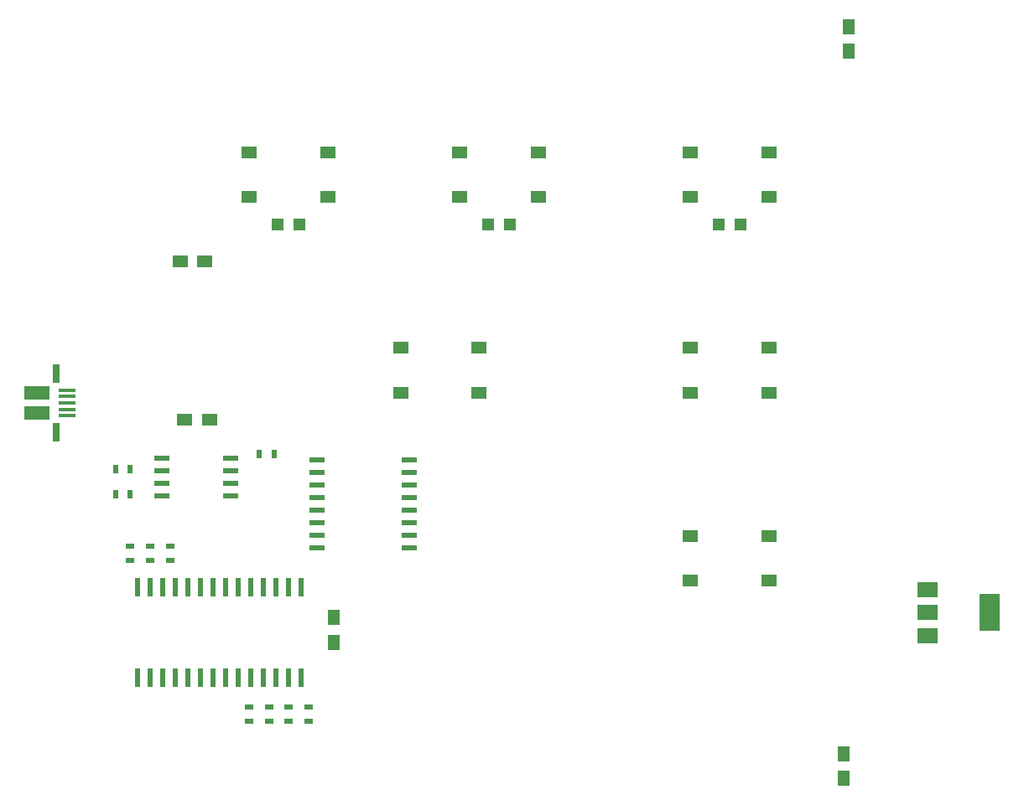
<source format=gbr>
G04 #@! TF.GenerationSoftware,KiCad,Pcbnew,(5.0.0)*
G04 #@! TF.CreationDate,2020-11-20T22:11:44-05:00*
G04 #@! TF.ProjectId,WS2812B Mini Clock,57533238313242204D696E6920436C6F,rev?*
G04 #@! TF.SameCoordinates,Original*
G04 #@! TF.FileFunction,Paste,Bot*
G04 #@! TF.FilePolarity,Positive*
%FSLAX46Y46*%
G04 Gerber Fmt 4.6, Leading zero omitted, Abs format (unit mm)*
G04 Created by KiCad (PCBNEW (5.0.0)) date 11/20/20 22:11:44*
%MOMM*%
%LPD*%
G01*
G04 APERTURE LIST*
%ADD10R,2.500000X1.425000*%
%ADD11R,0.700000X1.825000*%
%ADD12R,1.750000X0.400000*%
%ADD13R,1.550000X0.600000*%
%ADD14R,1.250000X1.500000*%
%ADD15R,1.500000X1.250000*%
%ADD16R,0.500000X0.900000*%
%ADD17R,1.500000X0.600000*%
%ADD18R,1.200000X1.200000*%
%ADD19R,0.900000X0.500000*%
%ADD20R,1.550000X1.300000*%
%ADD21R,0.600000X1.910000*%
%ADD22R,2.000000X3.800000*%
%ADD23R,2.000000X1.500000*%
G04 APERTURE END LIST*
D10*
G04 #@! TO.C,USB1*
X46550000Y-104800000D03*
D11*
X48510000Y-100810000D03*
D12*
X49625000Y-102500000D03*
X49625000Y-103150000D03*
X49625000Y-103800000D03*
X49625000Y-104450000D03*
X49625000Y-105100000D03*
D11*
X48510000Y-106790000D03*
D10*
X46550000Y-102800000D03*
G04 #@! TD*
D13*
G04 #@! TO.C,MCU1*
X59150000Y-109350000D03*
X59150000Y-110615000D03*
X59150000Y-111885000D03*
X59150000Y-113155000D03*
X66150000Y-113155000D03*
X66150000Y-111885000D03*
X66150000Y-110615000D03*
X66150000Y-109345000D03*
G04 #@! TD*
D14*
G04 #@! TO.C,C3*
X128000000Y-139250000D03*
X128000000Y-141750000D03*
G04 #@! TD*
G04 #@! TO.C,C4*
X76500000Y-128000000D03*
X76500000Y-125500000D03*
G04 #@! TD*
D15*
G04 #@! TO.C,C5*
X63500000Y-89500000D03*
X61000000Y-89500000D03*
G04 #@! TD*
D14*
G04 #@! TO.C,C6*
X128500000Y-68250000D03*
X128500000Y-65750000D03*
G04 #@! TD*
D15*
G04 #@! TO.C,C7*
X61500000Y-105500000D03*
X64000000Y-105500000D03*
G04 #@! TD*
D16*
G04 #@! TO.C,R1*
X70500000Y-109000000D03*
X69000000Y-109000000D03*
G04 #@! TD*
G04 #@! TO.C,R2*
X54500000Y-113000000D03*
X56000000Y-113000000D03*
G04 #@! TD*
D17*
G04 #@! TO.C,U25*
X84150000Y-109555000D03*
X84150000Y-110825000D03*
X84150000Y-112095000D03*
X84150000Y-113365000D03*
X84150000Y-114635000D03*
X84150000Y-115905000D03*
X84150000Y-117175000D03*
X84150000Y-118445000D03*
X74850000Y-118445000D03*
X74850000Y-117175000D03*
X74850000Y-115905000D03*
X74850000Y-114635000D03*
X74850000Y-113365000D03*
X74850000Y-112095000D03*
X74850000Y-110825000D03*
X74850000Y-109555000D03*
G04 #@! TD*
D16*
G04 #@! TO.C,R3*
X54500000Y-110500000D03*
X56000000Y-110500000D03*
G04 #@! TD*
D18*
G04 #@! TO.C,D1*
X73100000Y-85750000D03*
X70900000Y-85750000D03*
G04 #@! TD*
G04 #@! TO.C,D2*
X117600000Y-85750000D03*
X115400000Y-85750000D03*
G04 #@! TD*
G04 #@! TO.C,D3*
X94350000Y-85750000D03*
X92150000Y-85750000D03*
G04 #@! TD*
D19*
G04 #@! TO.C,R4*
X74000000Y-134500000D03*
X74000000Y-136000000D03*
G04 #@! TD*
G04 #@! TO.C,R5*
X72000000Y-134500000D03*
X72000000Y-136000000D03*
G04 #@! TD*
G04 #@! TO.C,R6*
X70000000Y-134500000D03*
X70000000Y-136000000D03*
G04 #@! TD*
G04 #@! TO.C,R7*
X68000000Y-134500000D03*
X68000000Y-136000000D03*
G04 #@! TD*
G04 #@! TO.C,R8*
X56000000Y-118250000D03*
X56000000Y-119750000D03*
G04 #@! TD*
G04 #@! TO.C,R9*
X58000000Y-118250000D03*
X58000000Y-119750000D03*
G04 #@! TD*
G04 #@! TO.C,R10*
X60000000Y-118250000D03*
X60000000Y-119750000D03*
G04 #@! TD*
D20*
G04 #@! TO.C,SW0*
X68025000Y-83000000D03*
X75975000Y-83000000D03*
X68025000Y-78500000D03*
X75975000Y-78500000D03*
G04 #@! TD*
G04 #@! TO.C,SW1*
X112525000Y-83000000D03*
X120475000Y-83000000D03*
X112525000Y-78500000D03*
X120475000Y-78500000D03*
G04 #@! TD*
G04 #@! TO.C,SW2*
X89275000Y-83000000D03*
X97225000Y-83000000D03*
X89275000Y-78500000D03*
X97225000Y-78500000D03*
G04 #@! TD*
G04 #@! TO.C,SW3*
X83275000Y-102750000D03*
X91225000Y-102750000D03*
X83275000Y-98250000D03*
X91225000Y-98250000D03*
G04 #@! TD*
G04 #@! TO.C,SW4*
X112525000Y-102750000D03*
X120475000Y-102750000D03*
X112525000Y-98250000D03*
X120475000Y-98250000D03*
G04 #@! TD*
G04 #@! TO.C,SW5*
X112525000Y-121750000D03*
X120475000Y-121750000D03*
X112525000Y-117250000D03*
X120475000Y-117250000D03*
G04 #@! TD*
D21*
G04 #@! TO.C,U26*
X56745000Y-131610000D03*
X58015000Y-131610000D03*
X59285000Y-131610000D03*
X60555000Y-131610000D03*
X61825000Y-131610000D03*
X63095000Y-131610000D03*
X64365000Y-131610000D03*
X65635000Y-131610000D03*
X66905000Y-131610000D03*
X68175000Y-131610000D03*
X69445000Y-131610000D03*
X70715000Y-131610000D03*
X71985000Y-131610000D03*
X73255000Y-131610000D03*
X73255000Y-122390000D03*
X71985000Y-122390000D03*
X70715000Y-122390000D03*
X69445000Y-122390000D03*
X68175000Y-122390000D03*
X66905000Y-122390000D03*
X65635000Y-122390000D03*
X64365000Y-122390000D03*
X63095000Y-122390000D03*
X61825000Y-122390000D03*
X60555000Y-122390000D03*
X59285000Y-122390000D03*
X58015000Y-122390000D03*
X56745000Y-122390000D03*
G04 #@! TD*
D22*
G04 #@! TO.C,U90*
X142750000Y-125000000D03*
D23*
X136450000Y-125000000D03*
X136450000Y-122700000D03*
X136450000Y-127300000D03*
G04 #@! TD*
M02*

</source>
